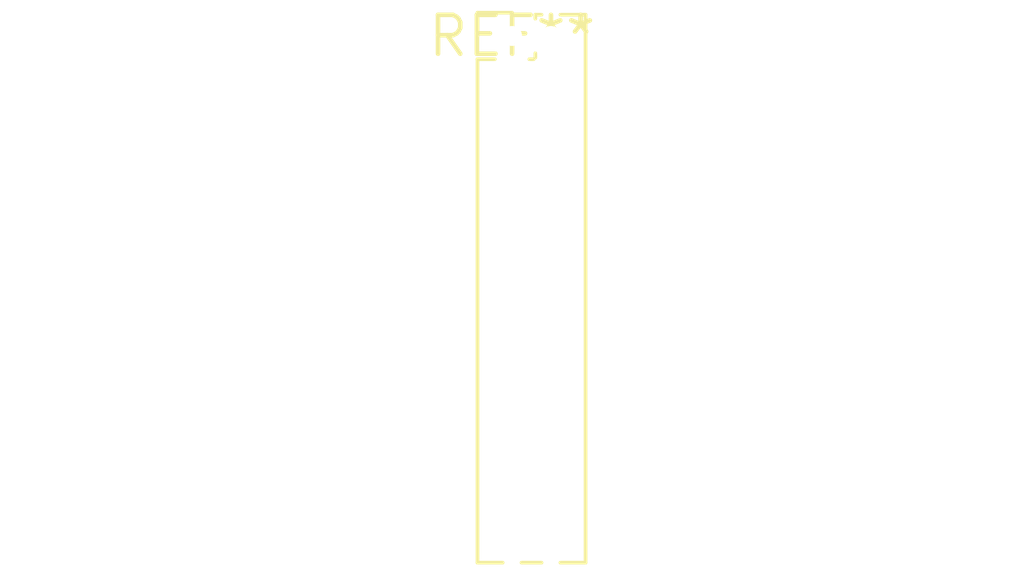
<source format=kicad_pcb>
(kicad_pcb (version 20240108) (generator pcbnew)
  (layers (0 "F.Cu" signal) (31 "B.Cu" signal) (34 "B.Paste" user) (35 "F.Paste" user) (36 "B.SilkS" user "B.Silkscreen") (37 "F.SilkS" user "F.Silkscreen") (38 "B.Mask" user) (39 "F.Mask" user) (44 "Edge.Cuts" user))
  (net 0 "")
  (footprint "PinHeader_2x14_P1.27mm_Vertical" (layer "F.Cu") (at 0 0)
    (property "Reference" "REF**")
    (property "Value" "PinHeader_2x14_P1.27mm_Vertical")
    (fp_line (start -1.13 -0.76) (end 0 -0.76) (layer "F.SilkS") (stroke (width 0.12)))
    (fp_line (start -1.13 0) (end -1.13 -0.76) (layer "F.SilkS") (stroke (width 0.12)))
    (fp_line (start -1.13 0.76) (end -1.13 17.205) (layer "F.SilkS") (stroke (width 0.12)))
    (fp_line (start -1.13 0.76) (end -0.563471 0.76) (layer "F.SilkS") (stroke (width 0.12)))
    (fp_line (start -1.13 17.205) (end -0.30753 17.205) (layer "F.SilkS") (stroke (width 0.12)))
    (fp_line (start 0.30753 17.205) (end 0.96247 17.205) (layer "F.SilkS") (stroke (width 0.12)))
    (fp_line (start 0.563471 0.76) (end 0.706529 0.76) (layer "F.SilkS") (stroke (width 0.12)))
    (fp_line (start 0.76 -0.695) (end 0.96247 -0.695) (layer "F.SilkS") (stroke (width 0.12)))
    (fp_line (start 0.76 -0.563471) (end 0.76 -0.695) (layer "F.SilkS") (stroke (width 0.12)))
    (fp_line (start 0.76 0.706529) (end 0.76 0.563471) (layer "F.SilkS") (stroke (width 0.12)))
    (fp_line (start 1.57753 -0.695) (end 2.4 -0.695) (layer "F.SilkS") (stroke (width 0.12)))
    (fp_line (start 1.57753 17.205) (end 2.4 17.205) (layer "F.SilkS") (stroke (width 0.12)))
    (fp_line (start 2.4 -0.695) (end 2.4 17.205) (layer "F.SilkS") (stroke (width 0.12)))
    (pad "1" thru_hole rect (at 0 0) (size 1 1) (drill 0.65) (layers *.Cu *.Mask) (remove_unused_layers))
    (pad "2" thru_hole oval (at 1.27 0) (size 1 1) (drill 0.65) (layers *.Cu *.Mask) (remove_unused_layers))
    (pad "3" thru_hole oval (at 0 1.27) (size 1 1) (drill 0.65) (layers *.Cu *.Mask) (remove_unused_layers))
    (pad "4" thru_hole oval (at 1.27 1.27) (size 1 1) (drill 0.65) (layers *.Cu *.Mask) (remove_unused_layers))
    (pad "5" thru_hole oval (at 0 2.54) (size 1 1) (drill 0.65) (layers *.Cu *.Mask) (remove_unused_layers))
    (pad "6" thru_hole oval (at 1.27 2.54) (size 1 1) (drill 0.65) (layers *.Cu *.Mask) (remove_unused_layers))
    (pad "7" thru_hole oval (at 0 3.81) (size 1 1) (drill 0.65) (layers *.Cu *.Mask) (remove_unused_layers))
    (pad "8" thru_hole oval (at 1.27 3.81) (size 1 1) (drill 0.65) (layers *.Cu *.Mask) (remove_unused_layers))
    (pad "9" thru_hole oval (at 0 5.08) (size 1 1) (drill 0.65) (layers *.Cu *.Mask) (remove_unused_layers))
    (pad "10" thru_hole oval (at 1.27 5.08) (size 1 1) (drill 0.65) (layers *.Cu *.Mask) (remove_unused_layers))
    (pad "11" thru_hole oval (at 0 6.35) (size 1 1) (drill 0.65) (layers *.Cu *.Mask) (remove_unused_layers))
    (pad "12" thru_hole oval (at 1.27 6.35) (size 1 1) (drill 0.65) (layers *.Cu *.Mask) (remove_unused_layers))
    (pad "13" thru_hole oval (at 0 7.62) (size 1 1) (drill 0.65) (layers *.Cu *.Mask) (remove_unused_layers))
    (pad "14" thru_hole oval (at 1.27 7.62) (size 1 1) (drill 0.65) (layers *.Cu *.Mask) (remove_unused_layers))
    (pad "15" thru_hole oval (at 0 8.89) (size 1 1) (drill 0.65) (layers *.Cu *.Mask) (remove_unused_layers))
    (pad "16" thru_hole oval (at 1.27 8.89) (size 1 1) (drill 0.65) (layers *.Cu *.Mask) (remove_unused_layers))
    (pad "17" thru_hole oval (at 0 10.16) (size 1 1) (drill 0.65) (layers *.Cu *.Mask) (remove_unused_layers))
    (pad "18" thru_hole oval (at 1.27 10.16) (size 1 1) (drill 0.65) (layers *.Cu *.Mask) (remove_unused_layers))
    (pad "19" thru_hole oval (at 0 11.43) (size 1 1) (drill 0.65) (layers *.Cu *.Mask) (remove_unused_layers))
    (pad "20" thru_hole oval (at 1.27 11.43) (size 1 1) (drill 0.65) (layers *.Cu *.Mask) (remove_unused_layers))
    (pad "21" thru_hole oval (at 0 12.7) (size 1 1) (drill 0.65) (layers *.Cu *.Mask) (remove_unused_layers))
    (pad "22" thru_hole oval (at 1.27 12.7) (size 1 1) (drill 0.65) (layers *.Cu *.Mask) (remove_unused_layers))
    (pad "23" thru_hole oval (at 0 13.97) (size 1 1) (drill 0.65) (layers *.Cu *.Mask) (remove_unused_layers))
    (pad "24" thru_hole oval (at 1.27 13.97) (size 1 1) (drill 0.65) (layers *.Cu *.Mask) (remove_unused_layers))
    (pad "25" thru_hole oval (at 0 15.24) (size 1 1) (drill 0.65) (layers *.Cu *.Mask) (remove_unused_layers))
    (pad "26" thru_hole oval (at 1.27 15.24) (size 1 1) (drill 0.65) (layers *.Cu *.Mask) (remove_unused_layers))
    (pad "27" thru_hole oval (at 0 16.51) (size 1 1) (drill 0.65) (layers *.Cu *.Mask) (remove_unused_layers))
    (pad "28" thru_hole oval (at 1.27 16.51) (size 1 1) (drill 0.65) (layers *.Cu *.Mask) (remove_unused_layers))
  )
)
</source>
